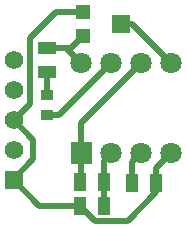
<source format=gtl>
G04 Layer: TopLayer*
G04 EasyEDA v6.4.19.4, 2021-04-26T14:19:55+08:00*
G04 bb5b95a08457485f97d9af8ca6741c64,50e18b4aeadc48e1a6b1b5d6e25f7a68,10*
G04 Gerber Generator version 0.2*
G04 Scale: 100 percent, Rotated: No, Reflected: No *
G04 Dimensions in millimeters *
G04 leading zeros omitted , absolute positions ,4 integer and 5 decimal *
%FSLAX45Y45*%
%MOMM*%

%ADD11C,0.5080*%
%ADD12R,1.0000X1.5500*%
%ADD13R,1.5500X1.0000*%
%ADD14R,1.5000X1.6000*%
%ADD15R,1.2000X1.2000*%
%ADD16R,1.0000X0.8999*%
%ADD17C,1.5748*%
%ADD18R,1.5748X1.5748*%
%ADD20C,1.8000*%

%LPD*%
D11*
X750900Y-1803400D02*
G01*
X877900Y-1930400D01*
X1155700Y-1930400D01*
X1395399Y-1690700D01*
X1395399Y-1612900D01*
X190500Y-1079500D02*
G01*
X355600Y-1244600D01*
X355600Y-1409700D01*
X190500Y-1574800D01*
X190500Y-1587500D01*
X190500Y-1079500D02*
G01*
X330200Y-939800D01*
X330200Y-381000D01*
X544489Y-166710D01*
X777293Y-166710D01*
X190500Y-1587500D02*
G01*
X406400Y-1803400D01*
X750900Y-1803400D01*
X950899Y-1803400D02*
G01*
X950899Y-1600200D01*
X950899Y-1600200D01*
X1016000Y-1358900D02*
G01*
X950899Y-1424000D01*
X950899Y-1600200D01*
X1270000Y-1358900D02*
G01*
X1195400Y-1433499D01*
X1195400Y-1612900D01*
X1524000Y-1358900D02*
G01*
X1395399Y-1487500D01*
X1395399Y-1612900D01*
X1102286Y-266710D02*
G01*
X1193810Y-266710D01*
X1524000Y-596900D01*
X762000Y-1358900D02*
G01*
X762000Y-1104900D01*
X1270000Y-596900D01*
X750900Y-1600200D02*
G01*
X762000Y-1589100D01*
X762000Y-1358900D01*
X469900Y-1037488D02*
G01*
X575411Y-1037488D01*
X1016000Y-596900D01*
X469900Y-671499D02*
G01*
X469900Y-867486D01*
X777293Y-366709D02*
G01*
X672503Y-471500D01*
X469900Y-471500D01*
X469900Y-471500D02*
G01*
X636600Y-471500D01*
X762000Y-596900D01*
D12*
G01*
X950899Y-1600200D03*
G01*
X750900Y-1600200D03*
G01*
X750900Y-1803400D03*
G01*
X950899Y-1803400D03*
G01*
X1195400Y-1612900D03*
G01*
X1395399Y-1612900D03*
D13*
G01*
X469900Y-471500D03*
G01*
X469900Y-671499D03*
D14*
G01*
X1102286Y-266710D03*
D15*
G01*
X777293Y-166710D03*
G01*
X777293Y-366709D03*
D16*
G01*
X469900Y-1037488D03*
G01*
X469900Y-867486D03*
D17*
G01*
X190500Y-571500D03*
G01*
X190500Y-825500D03*
G01*
X190500Y-1079500D03*
G01*
X190500Y-1333500D03*
D18*
G01*
X190500Y-1587500D03*
G36*
X672000Y-1268900D02*
G01*
X851999Y-1268900D01*
X851999Y-1448899D01*
X672000Y-1448899D01*
G37*
D20*
G01*
X1016000Y-1358900D03*
G01*
X1270000Y-1358900D03*
G01*
X1524000Y-1358900D03*
G01*
X1524000Y-596900D03*
G01*
X1270000Y-596900D03*
G01*
X1016000Y-596900D03*
G01*
X762000Y-596900D03*
M02*

</source>
